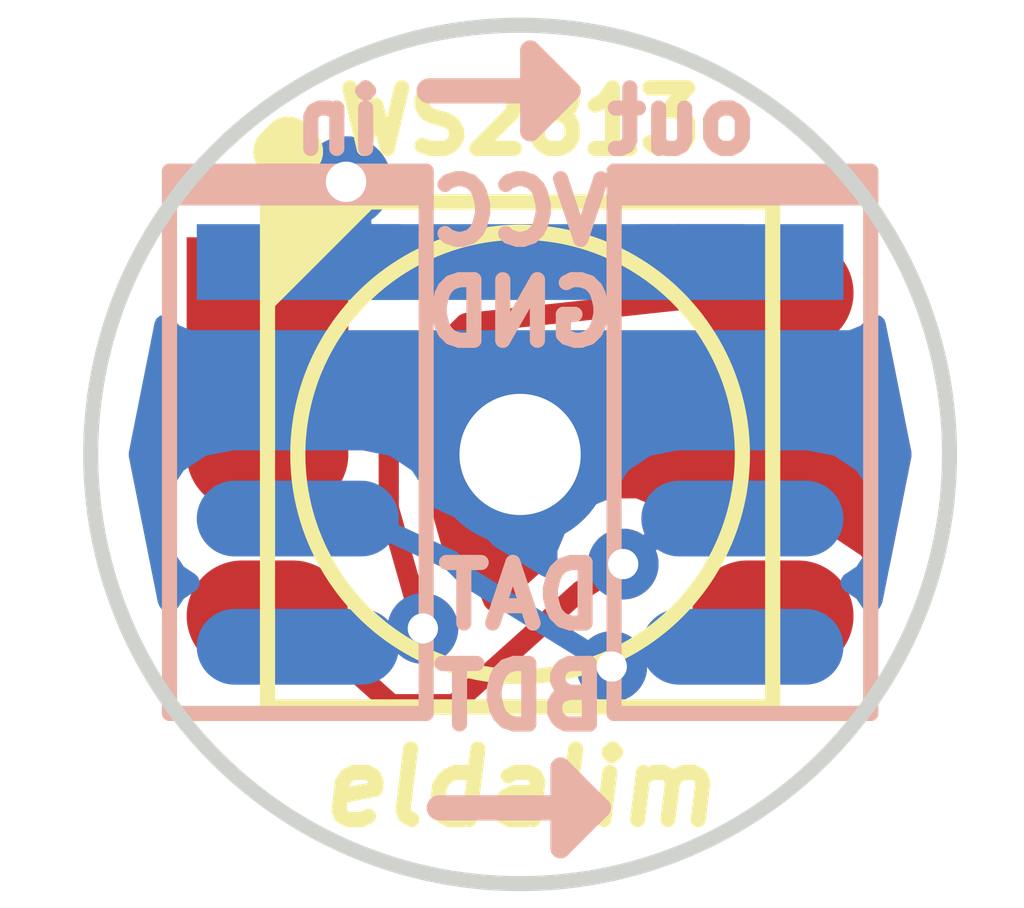
<source format=kicad_pcb>
(kicad_pcb (version 4) (host pcbnew "(2014-07-12 BZR 4289 GOST-COMMITTERS)-product")

  (general
    (links 10)
    (no_connects 0)
    (area 95.5 45.5 183.575001 65.075001)
    (thickness 1.6)
    (drawings 26)
    (tracks 49)
    (zones 0)
    (modules 4)
    (nets 6)
  )

  (page A4)
  (layers
    (0 F.Cu signal)
    (31 B.Cu signal)
    (36 B.SilkS user)
    (37 F.SilkS user)
    (38 B.Mask user)
    (39 F.Mask user)
    (40 Dwgs.User user hide)
    (44 Edge.Cuts user)
  )

  (setup
    (last_trace_width 0.2)
    (trace_clearance 0.2)
    (zone_clearance 0.3)
    (zone_45_only no)
    (trace_min 0.2)
    (segment_width 0.15)
    (edge_width 0.15)
    (via_size 0.7)
    (via_drill 0.3)
    (via_min_size 0.7)
    (via_min_drill 0.3)
    (uvia_size 0.7)
    (uvia_drill 0.3)
    (uvias_allowed no)
    (uvia_min_size 0.508)
    (uvia_min_drill 0.127)
    (pcb_text_width 0.3)
    (pcb_text_size 1.5 1.5)
    (mod_edge_width 0.15)
    (mod_text_size 1.5 1.5)
    (mod_text_width 0.15)
    (pad_size 1.8 1.8)
    (pad_drill 1.2)
    (pad_to_mask_clearance 0.2)
    (aux_axis_origin 100 50)
    (grid_origin 100 50)
    (visible_elements 7FFFFF7F)
    (pcbplotparams
      (layerselection 0x010f0_80000001)
      (usegerberextensions true)
      (gerberprecision 5)
      (excludeedgelayer true)
      (linewidth 0.150000)
      (plotframeref false)
      (viasonmask false)
      (mode 1)
      (useauxorigin false)
      (hpglpennumber 1)
      (hpglpenspeed 20)
      (hpglpendiameter 15)
      (hpglpenoverlay 2)
      (psnegative false)
      (psa4output false)
      (plotreference true)
      (plotvalue true)
      (plotinvisibletext false)
      (padsonsilk false)
      (subtractmaskfromsilk false)
      (outputformat 1)
      (mirror false)
      (drillshape 0)
      (scaleselection 1)
      (outputdirectory Gerber/))
  )

  (net 0 "")
  (net 1 GND)
  (net 2 +VCC)
  (net 3 /Din)
  (net 4 /BDin)
  (net 5 /Dout)

  (net_class Default "Это класс цепей по умолчанию."
    (clearance 0.2)
    (trace_width 0.2)
    (via_dia 0.7)
    (via_drill 0.3)
    (uvia_dia 0.7)
    (uvia_drill 0.3)
    (add_net /BDin)
    (add_net /Din)
    (add_net /Dout)
  )

  (net_class wide ""
    (clearance 0.2)
    (trace_width 0.5)
    (via_dia 0.9)
    (via_drill 0.4)
    (uvia_dia 0.7)
    (uvia_drill 0.3)
    (add_net +VCC)
    (add_net GND)
  )

  (module LEDs:WS2813 (layer F.Cu) (tedit 5A0ECAAC) (tstamp 5A0EBD82)
    (at 100 50 180)
    (path /5A0DEBE9)
    (attr smd)
    (fp_text reference HL1 (at 0 -1.5 180) (layer F.SilkS) hide
      (effects (font (size 0.6 0.6) (thickness 0.15)))
    )
    (fp_text value WS2813 (at 0 3.3 180) (layer F.SilkS)
      (effects (font (size 0.6 0.6) (thickness 0.15)))
    )
    (fp_text user . (at 3.1 3 270) (layer F.SilkS)
      (effects (font (size 2 2) (thickness 0.5)))
    )
    (fp_line (start 1.5 2.5) (end 2.5 1.5) (layer F.SilkS) (width 0.15))
    (fp_line (start 2.5 2.3) (end 2.3 2.5) (layer F.SilkS) (width 0.15))
    (fp_line (start 2.1 2.5) (end 2.5 2.1) (layer F.SilkS) (width 0.15))
    (fp_line (start 2.5 1.9) (end 1.9 2.5) (layer F.SilkS) (width 0.15))
    (fp_line (start 1.7 2.5) (end 2.5 1.7) (layer F.SilkS) (width 0.15))
    (fp_line (start 2.5 1.6) (end 1.6 2.5) (layer F.SilkS) (width 0.15))
    (fp_circle (center 0 0) (end 0 2.2) (layer F.SilkS) (width 0.15))
    (fp_line (start 2.5 -2.5) (end 2.5 2.5) (layer F.SilkS) (width 0.15))
    (fp_line (start 2.5 2.5) (end -2.5 2.5) (layer F.SilkS) (width 0.15))
    (fp_line (start -2.5 2.5) (end -2.5 -2.5) (layer F.SilkS) (width 0.15))
    (fp_line (start -2.5 -2.5) (end 2.5 -2.5) (layer F.SilkS) (width 0.14986))
    (pad 5 smd oval (at -2.5 0 180) (size 1.6 1.1) (layers F.Cu F.Mask)
      (net 1 GND))
    (pad 2 smd oval (at 2.5 0 180) (size 1.6 1.1) (layers F.Cu F.Mask)
      (net 2 +VCC))
    (pad 1 smd rect (at 2.5 1.6 180) (size 1.6 1.1) (layers F.Cu F.Mask)
      (net 2 +VCC))
    (pad 4 smd oval (at -2.5 -1.6 180) (size 1.6 1.1) (layers F.Cu F.Mask)
      (net 3 /Din))
    (pad 6 smd oval (at -2.5 1.6 180) (size 1.6 1.1) (layers F.Cu F.Mask)
      (net 4 /BDin))
    (pad 3 smd oval (at 2.5 -1.6 180) (size 1.6 1.1) (layers F.Cu F.Mask)
      (net 5 /Dout))
  )

  (module PCB_details:Hole_for_M2 (layer F.Cu) (tedit 5A0EBDF3) (tstamp 5A0EBD87)
    (at 100 50 270)
    (path /5A0DF70B)
    (fp_text reference Hole1 (at 0 2.25 270) (layer F.SilkS) hide
      (effects (font (size 0.127 0.127) (thickness 0.02)))
    )
    (fp_text value HoleMetalled (at 0 -2.25 270) (layer F.SilkS) hide
      (effects (font (size 0.127 0.127) (thickness 0.02)))
    )
    (pad H thru_hole circle (at 0 0 270) (size 1.8 1.8) (drill 1.2) (layers *.Cu *.Mask)
      (net 1 GND) (zone_connect 2))
  )

  (module Connectors:FlatConn-4_1,27 (layer B.Cu) (tedit 5A0ECEE5) (tstamp 5A0EBDA5)
    (at 97.8 50 270)
    (path /5A0DE699)
    (fp_text reference XP1 (at 3.2 0 360) (layer B.SilkS) hide
      (effects (font (size 0.6 0.6) (thickness 0.15)) (justify mirror))
    )
    (fp_text value in (at -3.3 -0.4 360) (layer B.SilkS)
      (effects (font (size 0.6 0.6) (thickness 0.15)) (justify mirror))
    )
    (fp_line (start -2.805 -1.27) (end 2.565 -1.27) (layer B.SilkS) (width 0.15))
    (fp_line (start -2.805 1.27) (end 2.565 1.27) (layer B.SilkS) (width 0.15))
    (fp_line (start -2.54 -1.27) (end -2.794 -1.27) (layer B.SilkS) (width 0.15))
    (fp_line (start -2.805 -1.27) (end -2.805 1.27) (layer B.SilkS) (width 0.15))
    (fp_line (start -2.794 1.27) (end -2.54 1.27) (layer B.SilkS) (width 0.15))
    (fp_line (start -2.54 1.27) (end -2.667 1.27) (layer B.SilkS) (width 0.15))
    (fp_line (start -2.667 1.27) (end -2.667 -1.27) (layer B.SilkS) (width 0.15))
    (fp_line (start 2.565 1.27) (end 2.565 -1.27) (layer B.SilkS) (width 0.15))
    (fp_line (start -2.54 -1.27) (end -2.54 1.27) (layer B.SilkS) (width 0.15))
    (pad 4 smd oval (at 1.905 0 270) (size 0.75 2) (layers B.Cu B.Mask)
      (net 4 /BDin))
    (pad 1 smd rect (at -1.905 0 270) (size 0.75 2) (layers B.Cu B.Mask)
      (net 2 +VCC))
    (pad 2 smd oval (at -0.635 0 270) (size 0.75 2) (layers B.Cu B.Mask)
      (net 1 GND))
    (pad 3 smd oval (at 0.635 0 270) (size 0.75 2) (layers B.Cu B.Mask)
      (net 3 /Din))
  )

  (module Connectors:FlatConn-4_1,27 (layer B.Cu) (tedit 5A0ECEDC) (tstamp 5A0EBDB6)
    (at 102.2 50 270)
    (path /5A0DE62D)
    (fp_text reference XP2 (at 3.2 0 360) (layer B.SilkS) hide
      (effects (font (size 0.6 0.6) (thickness 0.15)) (justify mirror))
    )
    (fp_text value out (at -3.3 0.6 360) (layer B.SilkS)
      (effects (font (size 0.6 0.6) (thickness 0.15)) (justify mirror))
    )
    (fp_line (start -2.805 -1.27) (end 2.565 -1.27) (layer B.SilkS) (width 0.15))
    (fp_line (start -2.805 1.27) (end 2.565 1.27) (layer B.SilkS) (width 0.15))
    (fp_line (start -2.54 -1.27) (end -2.794 -1.27) (layer B.SilkS) (width 0.15))
    (fp_line (start -2.805 -1.27) (end -2.805 1.27) (layer B.SilkS) (width 0.15))
    (fp_line (start -2.794 1.27) (end -2.54 1.27) (layer B.SilkS) (width 0.15))
    (fp_line (start -2.54 1.27) (end -2.667 1.27) (layer B.SilkS) (width 0.15))
    (fp_line (start -2.667 1.27) (end -2.667 -1.27) (layer B.SilkS) (width 0.15))
    (fp_line (start 2.565 1.27) (end 2.565 -1.27) (layer B.SilkS) (width 0.15))
    (fp_line (start -2.54 -1.27) (end -2.54 1.27) (layer B.SilkS) (width 0.15))
    (pad 4 smd oval (at 1.905 0 270) (size 0.75 2) (layers B.Cu B.Mask)
      (net 3 /Din))
    (pad 1 smd rect (at -1.905 0 270) (size 0.75 2) (layers B.Cu B.Mask)
      (net 2 +VCC))
    (pad 2 smd oval (at -0.635 0 270) (size 0.75 2) (layers B.Cu B.Mask)
      (net 1 GND))
    (pad 3 smd oval (at 0.635 0 270) (size 0.75 2) (layers B.Cu B.Mask)
      (net 5 /Dout))
  )

  (gr_line (start 100.4 53.9) (end 100.8 53.5) (angle 90) (layer B.SilkS) (width 0.2))
  (gr_line (start 100.4 53.1) (end 100.4 53.9) (angle 90) (layer B.SilkS) (width 0.2))
  (gr_line (start 100.5 53.8) (end 100.5 53.2) (angle 90) (layer B.SilkS) (width 0.15))
  (gr_line (start 100.8 53.5) (end 100.4 53.1) (angle 90) (layer B.SilkS) (width 0.2))
  (gr_line (start 100.7 53.5) (end 99.2 53.5) (angle 90) (layer B.SilkS) (width 0.25))
  (gr_line (start 99.1 46.4) (end 100.4 46.4) (angle 90) (layer B.SilkS) (width 0.25))
  (gr_line (start 100.2 46.1) (end 100.2 46.7) (angle 90) (layer B.SilkS) (width 0.15))
  (gr_text eldalim (at 100 53.3) (layer F.SilkS)
    (effects (font (size 0.7 0.7) (thickness 0.15) italic))
  )
  (gr_line (start 100.1 46.8) (end 100.5 46.4) (angle 90) (layer B.SilkS) (width 0.2))
  (gr_line (start 100.1 46) (end 100.1 46.8) (angle 90) (layer B.SilkS) (width 0.2))
  (gr_line (start 100.5 46.4) (end 100.1 46) (angle 90) (layer B.SilkS) (width 0.2))
  (gr_text BDT (at 100 52.4) (layer B.SilkS)
    (effects (font (size 0.6 0.6) (thickness 0.15)) (justify mirror))
  )
  (gr_text DAT (at 100 51.4) (layer B.SilkS)
    (effects (font (size 0.6 0.6) (thickness 0.15)) (justify mirror))
  )
  (gr_text GND (at 100 48.6) (layer B.SilkS)
    (effects (font (size 0.6 0.6) (thickness 0.15)) (justify mirror))
  )
  (gr_text VCC (at 100 47.6) (layer B.SilkS)
    (effects (font (size 0.6 0.6) (thickness 0.15)) (justify mirror))
  )
  (gr_circle (center 100 50) (end 95.75 50) (layer Edge.Cuts) (width 0.15))
  (gr_line (start 141 57.5) (end 143 57.5) (angle 90) (layer Dwgs.User) (width 0.15))
  (gr_line (start 141.25 57.25) (end 141 57.5) (angle 90) (layer Dwgs.User) (width 0.15))
  (gr_line (start 141.25 57.75) (end 141.25 57.25) (angle 90) (layer Dwgs.User) (width 0.15))
  (gr_line (start 141 57.5) (end 141.25 57.75) (angle 90) (layer Dwgs.User) (width 0.15))
  (gr_circle (center 140.5 57.5) (end 140.75 57.5) (layer Dwgs.User) (width 0.15))
  (gr_line (start 181 59) (end 183.5 59) (angle 90) (layer Dwgs.User) (width 0.15) (tstamp 597900FF))
  (gr_line (start 183.5 56) (end 181 56) (angle 90) (layer Dwgs.User) (width 0.15) (tstamp 59790108))
  (gr_line (start 183.5 50) (end 183.5 65) (angle 90) (layer Dwgs.User) (width 0.15))
  (gr_text 0x0 (at 142.25 57) (layer Dwgs.User)
    (effects (font (size 0.6 0.6) (thickness 0.1)))
  )
  (gr_line (start 97.5 50) (end 97.5 65) (angle 90) (layer Dwgs.User) (width 0.15))

  (segment (start 102.5 50) (end 102.25 50) (width 0.5) (layer F.Cu) (net 1))
  (segment (start 102.25 50) (end 100 50) (width 0.5) (layer F.Cu) (net 1))
  (segment (start 100 50) (end 101.575 49.365) (width 0.5) (layer B.Cu) (net 1))
  (segment (start 101.575 49.365) (end 102.2 49.365) (width 0.5) (layer B.Cu) (net 1))
  (segment (start 97.8 49.365) (end 98.425 49.365) (width 0.5) (layer B.Cu) (net 1))
  (segment (start 98.425 49.365) (end 100 50) (width 0.5) (layer B.Cu) (net 1))
  (segment (start 98.2775 47.3004) (end 98.05 47.7464) (width 0.5) (layer F.Cu) (net 2))
  (segment (start 98.05 47.7464) (end 98.05 47.85) (width 0.5) (layer F.Cu) (net 2))
  (segment (start 98.05 47.85) (end 98.05 48.1) (width 0.5) (layer F.Cu) (net 2))
  (segment (start 98.05 48.1) (end 97.5 48.4) (width 0.5) (layer F.Cu) (net 2))
  (segment (start 97.5 48.4) (end 97.5 48.7) (width 0.5) (layer F.Cu) (net 2))
  (segment (start 97.5 48.7) (end 97.5 48.95) (width 0.5) (layer F.Cu) (net 2))
  (segment (start 97.5 48.95) (end 97.5 50) (width 0.5) (layer F.Cu) (net 2))
  (segment (start 98.2775 47.3004) (end 98.2775 47.72) (width 0.5) (layer B.Cu) (net 2))
  (segment (start 98.2775 47.72) (end 98.2775 47.97) (width 0.5) (layer B.Cu) (net 2))
  (segment (start 98.2775 47.97) (end 97.8 48.095) (width 0.5) (layer B.Cu) (net 2))
  (segment (start 102.2 48.095) (end 101.575 48.095) (width 0.75) (layer B.Cu) (net 2))
  (segment (start 101.575 48.095) (end 101.2 48.095) (width 0.75) (layer B.Cu) (net 2))
  (segment (start 101.2 48.095) (end 98.8 48.095) (width 0.75) (layer B.Cu) (net 2))
  (segment (start 98.8 48.095) (end 98.425 48.095) (width 0.75) (layer B.Cu) (net 2))
  (segment (start 98.425 48.095) (end 97.8 48.095) (width 0.75) (layer B.Cu) (net 2))
  (via (at 98.2775 47.3004) (size 0.9) (layers F.Cu B.Cu) (net 2))
  (segment (start 100.907 52.1005) (end 102.25 51.6) (width 0.2) (layer F.Cu) (net 3))
  (segment (start 102.25 51.6) (end 102.5 51.6) (width 0.2) (layer F.Cu) (net 3))
  (segment (start 100.907 52.1005) (end 99.4928 51.2246) (width 0.2) (layer B.Cu) (net 3))
  (segment (start 99.4928 51.2246) (end 99.3169 51.0487) (width 0.2) (layer B.Cu) (net 3))
  (segment (start 99.3169 51.0487) (end 98.425 50.635) (width 0.2) (layer B.Cu) (net 3))
  (segment (start 98.425 50.635) (end 97.8 50.635) (width 0.2) (layer B.Cu) (net 3))
  (segment (start 102.2 51.905) (end 101.575 51.905) (width 0.2) (layer B.Cu) (net 3))
  (segment (start 101.575 51.905) (end 100.907 52.1005) (width 0.2) (layer B.Cu) (net 3))
  (via (at 100.907 52.1005) (size 0.7) (layers F.Cu B.Cu) (net 3))
  (segment (start 102.5 48.4) (end 102.25 48.4) (width 0.2) (layer F.Cu) (net 4))
  (segment (start 102.25 48.4) (end 99.4701 48.7) (width 0.2) (layer F.Cu) (net 4))
  (segment (start 99.4701 48.7) (end 99.4554 48.7061) (width 0.2) (layer F.Cu) (net 4))
  (segment (start 99.4554 48.7061) (end 98.7061 49.4554) (width 0.2) (layer F.Cu) (net 4))
  (segment (start 98.7061 49.4554) (end 98.7 49.4701) (width 0.2) (layer F.Cu) (net 4))
  (segment (start 98.7 49.4701) (end 98.7 50.5299) (width 0.2) (layer F.Cu) (net 4))
  (segment (start 98.7 50.5299) (end 99.0375 51.7233) (width 0.2) (layer F.Cu) (net 4))
  (segment (start 99.0375 51.7233) (end 98.425 51.905) (width 0.2) (layer B.Cu) (net 4))
  (segment (start 98.425 51.905) (end 97.8 51.905) (width 0.2) (layer B.Cu) (net 4))
  (via (at 99.0375 51.7233) (size 0.7) (layers F.Cu B.Cu) (net 4))
  (segment (start 101.02 51.0857) (end 100.5963 51.3504) (width 0.2) (layer F.Cu) (net 5))
  (segment (start 100.5963 51.3504) (end 99.3482 52.4734) (width 0.2) (layer F.Cu) (net 5))
  (segment (start 99.3482 52.4734) (end 98.7268 52.4734) (width 0.2) (layer F.Cu) (net 5))
  (segment (start 98.7268 52.4734) (end 97.75 51.6) (width 0.2) (layer F.Cu) (net 5))
  (segment (start 97.75 51.6) (end 97.5 51.6) (width 0.2) (layer F.Cu) (net 5))
  (segment (start 102.2 50.635) (end 101.575 50.635) (width 0.2) (layer B.Cu) (net 5))
  (segment (start 101.575 50.635) (end 101.02 51.0857) (width 0.2) (layer B.Cu) (net 5))
  (via (at 101.02 51.0857) (size 0.7) (layers F.Cu B.Cu) (net 5))

  (zone (net 1) (net_name GND) (layer B.Cu) (tstamp 5A0ED076) (hatch edge 0.508)
    (connect_pads yes (clearance 0.3))
    (min_thickness 0.2)
    (fill yes (arc_segments 16) (thermal_gap 0.5) (thermal_bridge_width 0.5))
    (polygon
      (pts
        (xy 95.5 54.5) (xy 105 54.5) (xy 105 45.5) (xy 95.5 45.5)
      )
    )
    (filled_polygon
      (pts
        (xy 103.775 50) (xy 103.487645 51.44463) (xy 103.473319 51.466069) (xy 103.400436 51.356992) (xy 103.270243 51.27)
        (xy 103.400436 51.183008) (xy 103.568435 50.93158) (xy 103.627428 50.635) (xy 103.568435 50.33842) (xy 103.400436 50.086992)
        (xy 103.149008 49.918993) (xy 102.852428 49.86) (xy 101.547572 49.86) (xy 101.250992 49.918993) (xy 100.999564 50.086992)
        (xy 100.831565 50.33842) (xy 100.828609 50.353279) (xy 100.595714 50.449511) (xy 100.384552 50.660305) (xy 100.270131 50.935861)
        (xy 100.269971 51.117815) (xy 99.805358 50.830052) (xy 99.670453 50.695147) (xy 99.59784 50.646628) (xy 99.52729 50.595118)
        (xy 99.18821 50.437839) (xy 99.168435 50.33842) (xy 99.000436 50.086992) (xy 98.749008 49.918993) (xy 98.452428 49.86)
        (xy 97.147572 49.86) (xy 96.850992 49.918993) (xy 96.599564 50.086992) (xy 96.431565 50.33842) (xy 96.372572 50.635)
        (xy 96.431565 50.93158) (xy 96.599564 51.183008) (xy 96.729756 51.27) (xy 96.599564 51.356992) (xy 96.52668 51.466069)
        (xy 96.512355 51.44463) (xy 96.225 50) (xy 96.480388 48.716074) (xy 96.573418 48.809104) (xy 96.720435 48.87)
        (xy 96.879565 48.87) (xy 97.8 48.87) (xy 98.425 48.87) (xy 98.8 48.87) (xy 98.879565 48.87)
        (xy 101.120435 48.87) (xy 101.2 48.87) (xy 101.279565 48.87) (xy 101.575 48.87) (xy 102.2 48.87)
        (xy 103.279565 48.87) (xy 103.426582 48.809104) (xy 103.519611 48.716074) (xy 103.775 50)
      )
    )
  )
  (zone (net 1) (net_name GND) (layer F.Cu) (tstamp 5A0ED088) (hatch edge 0.508)
    (connect_pads yes (clearance 0.3))
    (min_thickness 0.2)
    (fill yes (arc_segments 16) (thermal_gap 0.5) (thermal_bridge_width 0.5))
    (polygon
      (pts
        (xy 95.5 54.5) (xy 104.5 54.5) (xy 104.5 45.5) (xy 95.5 45.5)
      )
    )
    (filled_polygon
      (pts
        (xy 103.775 50) (xy 103.557073 51.095589) (xy 103.44526 50.928249) (xy 103.137058 50.722314) (xy 102.773509 50.65)
        (xy 102.226491 50.65) (xy 101.862942 50.722314) (xy 101.72064 50.817397) (xy 101.656189 50.661414) (xy 101.445395 50.450252)
        (xy 101.169839 50.335831) (xy 100.87147 50.33557) (xy 100.595714 50.449511) (xy 100.384552 50.660305) (xy 100.270131 50.935861)
        (xy 100.270097 50.973815) (xy 100.261865 50.97871) (xy 99.736617 51.45131) (xy 99.673689 51.299014) (xy 99.462895 51.087852)
        (xy 99.366026 51.047628) (xy 99.2 50.460558) (xy 99.2 49.668606) (xy 99.689366 49.17924) (xy 101.496269 48.984244)
        (xy 101.55474 49.071751) (xy 101.862942 49.277686) (xy 102.226491 49.35) (xy 102.773509 49.35) (xy 103.137058 49.277686)
        (xy 103.44526 49.071751) (xy 103.557073 48.90441) (xy 103.775 50)
      )
    )
  )
)

</source>
